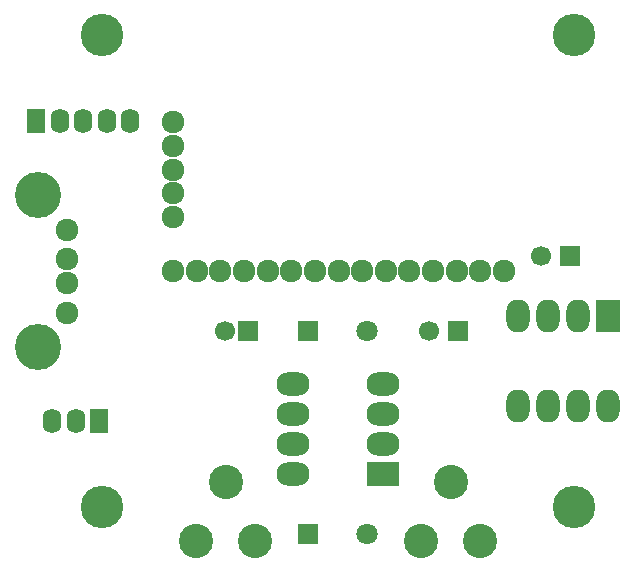
<source format=gbs>
G04 #@! TF.FileFunction,Soldermask,Bot*
%FSLAX46Y46*%
G04 Gerber Fmt 4.6, Leading zero omitted, Abs format (unit mm)*
G04 Created by KiCad (PCBNEW 4.0.5) date Sunday, 19 February 2017 'PMt' 17:43:15*
%MOMM*%
%LPD*%
G01*
G04 APERTURE LIST*
%ADD10C,0.100000*%
%ADD11R,2.800000X2.000000*%
%ADD12O,2.800000X2.000000*%
%ADD13R,1.600000X2.100000*%
%ADD14O,1.600000X2.100000*%
%ADD15C,3.600000*%
%ADD16R,1.700000X1.700000*%
%ADD17C,1.700000*%
%ADD18C,1.924000*%
%ADD19R,1.800000X1.800000*%
%ADD20C,1.800000*%
%ADD21C,2.899360*%
%ADD22R,2.000000X2.800000*%
%ADD23O,2.000000X2.800000*%
%ADD24C,3.900000*%
G04 APERTURE END LIST*
D10*
D11*
X98810000Y-112145000D03*
D12*
X91190000Y-104525000D03*
X98810000Y-109605000D03*
X91190000Y-107065000D03*
X98810000Y-107065000D03*
X91190000Y-109605000D03*
X98810000Y-104525000D03*
X91190000Y-112145000D03*
D13*
X74775000Y-107700000D03*
D14*
X72775000Y-107700000D03*
X70775000Y-107700000D03*
D15*
X75000000Y-115000000D03*
X115000000Y-115000000D03*
X115000000Y-75000000D03*
D16*
X105160000Y-100080000D03*
D17*
X102660000Y-100080000D03*
D18*
X81030000Y-95000000D03*
X83030000Y-95000000D03*
X85030000Y-95000000D03*
X87030000Y-95000000D03*
X89030000Y-95000000D03*
X91030000Y-95000000D03*
X93030000Y-95000000D03*
X95030000Y-95000000D03*
X97030000Y-95000000D03*
X99030000Y-95000000D03*
X101030000Y-95000000D03*
X103030000Y-95000000D03*
X105030000Y-95000000D03*
X107030000Y-95000000D03*
X109030000Y-95000000D03*
X81030000Y-90400000D03*
X81030000Y-88400000D03*
X81030000Y-86400000D03*
X81030000Y-84400000D03*
X81030000Y-82400000D03*
D19*
X92460000Y-100080000D03*
D20*
X97460000Y-100080000D03*
D16*
X87380000Y-100080000D03*
D17*
X85380000Y-100080000D03*
D19*
X92460000Y-117225000D03*
D20*
X97460000Y-117225000D03*
D13*
X69410000Y-82300000D03*
D14*
X71410000Y-82300000D03*
X73410000Y-82300000D03*
X75410000Y-82300000D03*
X77410000Y-82300000D03*
D21*
X104525000Y-112820640D03*
X107024360Y-117860000D03*
X102025640Y-117860000D03*
X85475000Y-112820640D03*
X87974360Y-117860000D03*
X82975640Y-117860000D03*
D22*
X117860000Y-98810000D03*
D23*
X110240000Y-106430000D03*
X115320000Y-98810000D03*
X112780000Y-106430000D03*
X112780000Y-98810000D03*
X115320000Y-106430000D03*
X110240000Y-98810000D03*
X117860000Y-106430000D03*
D16*
X114645000Y-93730000D03*
D17*
X112145000Y-93730000D03*
D15*
X75000000Y-75000000D03*
D18*
X72000000Y-91500000D03*
X72000000Y-94000000D03*
X72000000Y-96000000D03*
X72000000Y-98500000D03*
D24*
X69600000Y-88550000D03*
X69600000Y-101450000D03*
M02*

</source>
